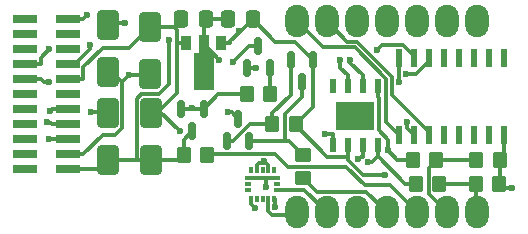
<source format=gtl>
G04 #@! TF.GenerationSoftware,KiCad,Pcbnew,7.99.0-4131-g55429aea6b*
G04 #@! TF.CreationDate,2024-01-04T13:58:44+01:00*
G04 #@! TF.ProjectId,xDuinoRailShield,78447569-6e6f-4526-9169-6c536869656c,rev?*
G04 #@! TF.SameCoordinates,Original*
G04 #@! TF.FileFunction,Copper,L1,Top*
G04 #@! TF.FilePolarity,Positive*
%FSLAX46Y46*%
G04 Gerber Fmt 4.6, Leading zero omitted, Abs format (unit mm)*
G04 Created by KiCad (PCBNEW 7.99.0-4131-g55429aea6b) date 2024-01-04 13:58:44*
%MOMM*%
%LPD*%
G01*
G04 APERTURE LIST*
G04 Aperture macros list*
%AMRoundRect*
0 Rectangle with rounded corners*
0 $1 Rounding radius*
0 $2 $3 $4 $5 $6 $7 $8 $9 X,Y pos of 4 corners*
0 Add a 4 corners polygon primitive as box body*
4,1,4,$2,$3,$4,$5,$6,$7,$8,$9,$2,$3,0*
0 Add four circle primitives for the rounded corners*
1,1,$1+$1,$2,$3*
1,1,$1+$1,$4,$5*
1,1,$1+$1,$6,$7*
1,1,$1+$1,$8,$9*
0 Add four rect primitives between the rounded corners*
20,1,$1+$1,$2,$3,$4,$5,0*
20,1,$1+$1,$4,$5,$6,$7,0*
20,1,$1+$1,$6,$7,$8,$9,0*
20,1,$1+$1,$8,$9,$2,$3,0*%
%AMFreePoly0*
4,1,9,3.862500,-0.866500,0.737500,-0.866500,0.737500,-0.450000,-0.737500,-0.450000,-0.737500,0.450000,0.737500,0.450000,0.737500,0.866500,3.862500,0.866500,3.862500,-0.866500,3.862500,-0.866500,$1*%
G04 Aperture macros list end*
G04 #@! TA.AperFunction,SMDPad,CuDef*
%ADD10RoundRect,0.150000X-0.150000X0.587500X-0.150000X-0.587500X0.150000X-0.587500X0.150000X0.587500X0*%
G04 #@! TD*
G04 #@! TA.AperFunction,SMDPad,CuDef*
%ADD11RoundRect,0.250000X-0.650000X1.000000X-0.650000X-1.000000X0.650000X-1.000000X0.650000X1.000000X0*%
G04 #@! TD*
G04 #@! TA.AperFunction,SMDPad,CuDef*
%ADD12RoundRect,0.250000X-0.350000X-0.450000X0.350000X-0.450000X0.350000X0.450000X-0.350000X0.450000X0*%
G04 #@! TD*
G04 #@! TA.AperFunction,SMDPad,CuDef*
%ADD13RoundRect,0.250000X-0.337500X-0.475000X0.337500X-0.475000X0.337500X0.475000X-0.337500X0.475000X0*%
G04 #@! TD*
G04 #@! TA.AperFunction,SMDPad,CuDef*
%ADD14RoundRect,0.250000X0.337500X0.475000X-0.337500X0.475000X-0.337500X-0.475000X0.337500X-0.475000X0*%
G04 #@! TD*
G04 #@! TA.AperFunction,SMDPad,CuDef*
%ADD15RoundRect,0.250000X0.650000X-1.000000X0.650000X1.000000X-0.650000X1.000000X-0.650000X-1.000000X0*%
G04 #@! TD*
G04 #@! TA.AperFunction,SMDPad,CuDef*
%ADD16RoundRect,0.150000X0.150000X-0.587500X0.150000X0.587500X-0.150000X0.587500X-0.150000X-0.587500X0*%
G04 #@! TD*
G04 #@! TA.AperFunction,SMDPad,CuDef*
%ADD17R,0.600000X1.270000*%
G04 #@! TD*
G04 #@! TA.AperFunction,SMDPad,CuDef*
%ADD18R,3.300000X2.400000*%
G04 #@! TD*
G04 #@! TA.AperFunction,SMDPad,CuDef*
%ADD19RoundRect,0.087500X0.087500X-0.187500X0.087500X0.187500X-0.087500X0.187500X-0.087500X-0.187500X0*%
G04 #@! TD*
G04 #@! TA.AperFunction,SMDPad,CuDef*
%ADD20RoundRect,0.087500X0.187500X-0.087500X0.187500X0.087500X-0.187500X0.087500X-0.187500X-0.087500X0*%
G04 #@! TD*
G04 #@! TA.AperFunction,SMDPad,CuDef*
%ADD21RoundRect,0.250000X-0.450000X0.350000X-0.450000X-0.350000X0.450000X-0.350000X0.450000X0.350000X0*%
G04 #@! TD*
G04 #@! TA.AperFunction,SMDPad,CuDef*
%ADD22R,2.100000X0.750000*%
G04 #@! TD*
G04 #@! TA.AperFunction,SMDPad,CuDef*
%ADD23R,0.900000X1.300000*%
G04 #@! TD*
G04 #@! TA.AperFunction,SMDPad,CuDef*
%ADD24FreePoly0,270.000000*%
G04 #@! TD*
G04 #@! TA.AperFunction,SMDPad,CuDef*
%ADD25RoundRect,0.137500X0.137500X-0.662500X0.137500X0.662500X-0.137500X0.662500X-0.137500X-0.662500X0*%
G04 #@! TD*
G04 #@! TA.AperFunction,ComponentPad*
%ADD26RoundRect,1.000000X0.000000X-0.375000X0.000000X0.375000X0.000000X0.375000X0.000000X-0.375000X0*%
G04 #@! TD*
G04 #@! TA.AperFunction,ViaPad*
%ADD27C,0.600000*%
G04 #@! TD*
G04 #@! TA.AperFunction,Conductor*
%ADD28C,0.300000*%
G04 #@! TD*
G04 APERTURE END LIST*
D10*
X150025700Y-71665700D03*
X148125700Y-71665700D03*
X149075700Y-73540700D03*
D11*
X136320300Y-76203400D03*
X136320300Y-80203400D03*
D12*
X139061900Y-79713600D03*
X141061900Y-79713600D03*
D13*
X138855500Y-68250000D03*
X140930500Y-68250000D03*
D14*
X144898900Y-68250000D03*
X142823900Y-68250000D03*
D12*
X144367200Y-74619500D03*
X146367200Y-74619500D03*
D15*
X132676800Y-72707000D03*
X132676800Y-68707000D03*
D12*
X163799600Y-80168900D03*
X165799600Y-80168900D03*
D16*
X142719100Y-78534700D03*
X144619100Y-78534700D03*
X143669100Y-76659700D03*
D17*
X151657100Y-78936400D03*
X152927100Y-78936400D03*
X154197100Y-78936400D03*
X155467100Y-78936400D03*
X155467100Y-73936400D03*
X154197100Y-73936400D03*
X152927100Y-73936400D03*
X151657100Y-73936400D03*
D18*
X153562100Y-76436400D03*
D11*
X136236900Y-68878000D03*
X136236900Y-72878000D03*
D19*
X144720000Y-83445000D03*
X145220000Y-83445000D03*
X145720000Y-83445000D03*
X146220000Y-83445000D03*
X146720000Y-83445000D03*
D20*
X146945000Y-82720000D03*
X146945000Y-82220000D03*
X146945000Y-81720000D03*
D19*
X146720000Y-80995000D03*
X146220000Y-80995000D03*
X145720000Y-80995000D03*
X145220000Y-80995000D03*
X144720000Y-80995000D03*
D20*
X144495000Y-81720000D03*
X144495000Y-82220000D03*
X144495000Y-82720000D03*
D21*
X149182700Y-79729200D03*
X149182700Y-81729200D03*
D22*
X125610000Y-80950000D03*
X129210000Y-80950000D03*
X125610000Y-79680000D03*
X129210000Y-79680000D03*
X125610000Y-78410000D03*
X129210000Y-78410000D03*
X125610000Y-77140000D03*
X129210000Y-77140000D03*
X125610000Y-75870000D03*
X129210000Y-75870000D03*
X125610000Y-74600000D03*
X129210000Y-74600000D03*
X125610000Y-73330000D03*
X129210000Y-73330000D03*
X125610000Y-72060000D03*
X129210000Y-72060000D03*
X125610000Y-70790000D03*
X129210000Y-70790000D03*
X125610000Y-69520000D03*
X129210000Y-69520000D03*
X125610000Y-68250000D03*
X129210000Y-68250000D03*
D23*
X142245600Y-70293900D03*
D24*
X140745600Y-70381400D03*
D23*
X139245600Y-70293900D03*
D12*
X163770000Y-82220000D03*
X165770000Y-82220000D03*
D10*
X140735900Y-75870000D03*
X138835900Y-75870000D03*
X139785900Y-77745000D03*
D16*
X144417200Y-72389900D03*
X146317200Y-72389900D03*
X145367200Y-70514900D03*
D12*
X158420000Y-80129400D03*
X160420000Y-80129400D03*
D25*
X157269700Y-78063600D03*
X158539700Y-78063600D03*
X159809700Y-78063600D03*
X161079700Y-78063600D03*
X162349700Y-78063600D03*
X163619700Y-78063600D03*
X164889700Y-78063600D03*
X166159700Y-78063600D03*
X166159700Y-71563600D03*
X164889700Y-71563600D03*
X163619700Y-71563600D03*
X162349700Y-71563600D03*
X161079700Y-71563600D03*
X159809700Y-71563600D03*
X158539700Y-71563600D03*
X157269700Y-71563600D03*
D12*
X146536800Y-77138200D03*
X148536800Y-77138200D03*
D15*
X132621200Y-80203400D03*
X132621200Y-76203400D03*
D12*
X158690000Y-82220000D03*
X160690000Y-82220000D03*
D26*
X163840000Y-84585700D03*
X161300000Y-84585700D03*
X158760000Y-84585700D03*
X156220000Y-84585700D03*
X153680000Y-84585700D03*
X151140000Y-84585700D03*
X148600000Y-84585700D03*
X148600000Y-68420700D03*
X151140000Y-68420700D03*
X153680000Y-68420700D03*
X156220000Y-68420700D03*
X158760000Y-68420700D03*
X161300000Y-68420700D03*
X163840000Y-68420700D03*
D27*
X143245800Y-71875500D03*
X134456900Y-72944100D03*
X145192800Y-72409600D03*
X145865400Y-80248700D03*
X142073300Y-71711300D03*
X127666600Y-78365900D03*
X151002200Y-77998100D03*
X134038700Y-68599700D03*
X146764300Y-84183900D03*
X166835500Y-82570000D03*
X131224700Y-76099800D03*
X138721500Y-77712700D03*
X153800600Y-80090500D03*
X137823400Y-70040200D03*
X139769300Y-75762600D03*
X157259900Y-73546800D03*
X127665000Y-73579900D03*
X154674600Y-80309700D03*
X127688100Y-75980600D03*
X127665000Y-70793300D03*
X157874800Y-72862900D03*
X155411700Y-70873500D03*
X131103500Y-70472200D03*
X156327500Y-79313000D03*
X127489200Y-76952500D03*
X156111400Y-81439400D03*
X130869700Y-67897700D03*
X143698200Y-69232200D03*
X153153000Y-71701200D03*
X152318000Y-71670900D03*
X157968800Y-76980700D03*
X145068200Y-84201200D03*
X146002900Y-82483800D03*
X142796600Y-76128500D03*
D28*
X132896200Y-72707000D02*
X133795100Y-73605900D01*
X132197700Y-78044000D02*
X130561700Y-79680000D01*
X133795100Y-73605900D02*
X133860400Y-73671200D01*
X134456900Y-72944100D02*
X136170800Y-72944100D01*
X144606400Y-70514900D02*
X145367200Y-70514900D01*
X136170800Y-72944100D02*
X136236900Y-72878000D01*
X133860400Y-73671200D02*
X133860400Y-77420100D01*
X133236500Y-78044000D02*
X132197700Y-78044000D01*
X134456900Y-72944100D02*
X133795100Y-73605900D01*
X132676800Y-72707000D02*
X132896200Y-72707000D01*
X133860400Y-77420100D02*
X133236500Y-78044000D01*
X143245800Y-71875500D02*
X144606400Y-70514900D01*
X129210000Y-79680000D02*
X130561700Y-79680000D01*
X146003800Y-80414500D02*
X146220000Y-80630700D01*
X146764300Y-83489300D02*
X146720000Y-83445000D01*
X140930500Y-68250000D02*
X142823900Y-68250000D01*
X166835500Y-82570000D02*
X166179200Y-82570000D01*
X166159700Y-78063600D02*
X166159700Y-79808800D01*
X127814200Y-78365900D02*
X127666600Y-78365900D01*
X145220000Y-80614800D02*
X145420300Y-80414500D01*
X166159700Y-79808800D02*
X165799600Y-80168900D01*
X165799600Y-82190400D02*
X165799600Y-80168900D01*
X151003800Y-77999700D02*
X151002200Y-77998100D01*
X134038700Y-68599700D02*
X132784100Y-68599700D01*
X144417200Y-72389900D02*
X144436900Y-72409600D01*
X140745600Y-70381400D02*
X142073300Y-71709100D01*
X132784100Y-68599700D02*
X132676800Y-68707000D01*
X142073300Y-71709100D02*
X142073300Y-71711300D01*
X145420300Y-80414500D02*
X145865400Y-80414500D01*
X132517600Y-76099800D02*
X132621200Y-76203400D01*
X144436900Y-72409600D02*
X145192800Y-72409600D01*
X140745600Y-70381400D02*
X140745600Y-68434900D01*
X165770000Y-82220000D02*
X165799600Y-82190400D01*
X166179200Y-82570000D02*
X165799600Y-82190400D01*
X146764300Y-84183900D02*
X146764300Y-83489300D01*
X129210000Y-78410000D02*
X127858300Y-78410000D01*
X127858300Y-78410000D02*
X127814200Y-78365900D01*
X145865400Y-80414500D02*
X146003800Y-80414500D01*
X131224700Y-76099800D02*
X132517600Y-76099800D01*
X145865400Y-80248700D02*
X145865400Y-80414500D01*
X151657100Y-78936400D02*
X151657100Y-77999700D01*
X151657100Y-77999700D02*
X151003800Y-77999700D01*
X146220000Y-80630700D02*
X146220000Y-80995000D01*
X140745600Y-68434900D02*
X140930500Y-68250000D01*
X145220000Y-80995000D02*
X145220000Y-80614800D01*
X138227500Y-68878000D02*
X138855500Y-68250000D01*
X138493900Y-69144400D02*
X138227500Y-68878000D01*
X132187400Y-70707000D02*
X134407900Y-70707000D01*
X136236900Y-68878000D02*
X138227500Y-68878000D01*
X130561700Y-72332700D02*
X132187400Y-70707000D01*
X134407900Y-70707000D02*
X136236900Y-68878000D01*
X136989200Y-75980400D02*
X138493900Y-74475700D01*
X129210000Y-73330000D02*
X130561700Y-73330000D01*
X153800600Y-80090500D02*
X154018000Y-79873100D01*
X154197100Y-78936400D02*
X154197100Y-79873100D01*
X130561700Y-73330000D02*
X130561700Y-72332700D01*
X136320300Y-76203400D02*
X136543300Y-75980400D01*
X154018000Y-79873100D02*
X154197100Y-79873100D01*
X136989200Y-75980400D02*
X138721500Y-77712700D01*
X136543300Y-75980400D02*
X136989200Y-75980400D01*
X138493900Y-70293900D02*
X138493900Y-69144400D01*
X139245600Y-70293900D02*
X138493900Y-70293900D01*
X138493900Y-74475700D02*
X138493900Y-70293900D01*
X129210000Y-80950000D02*
X130561700Y-80950000D01*
X136969300Y-74599000D02*
X135459600Y-74599000D01*
X136320300Y-80203400D02*
X138572100Y-80203400D01*
X137823400Y-70040200D02*
X137823400Y-73744900D01*
X135066100Y-80203400D02*
X136320300Y-80203400D01*
X135066100Y-74992500D02*
X135066100Y-80203400D01*
X135459600Y-74599000D02*
X135066100Y-74992500D01*
X139061900Y-79713600D02*
X139061900Y-78469000D01*
X131874600Y-80950000D02*
X130561700Y-80950000D01*
X137823400Y-73744900D02*
X136969300Y-74599000D01*
X138572100Y-80203400D02*
X139061900Y-79713600D01*
X132621200Y-80203400D02*
X135066100Y-80203400D01*
X139061900Y-78469000D02*
X139785900Y-77745000D01*
X132621200Y-80203400D02*
X131874600Y-80950000D01*
X139876700Y-75870000D02*
X140735900Y-75870000D01*
X141986400Y-74619500D02*
X144367200Y-74619500D01*
X138835900Y-75870000D02*
X139661900Y-75870000D01*
X139661900Y-75870000D02*
X139769300Y-75762600D01*
X139769300Y-75762600D02*
X139876700Y-75870000D01*
X140735900Y-75870000D02*
X141986400Y-74619500D01*
X149075700Y-74819400D02*
X149075700Y-73540700D01*
X149182700Y-79729200D02*
X147988200Y-78534700D01*
X147593200Y-78534700D02*
X144619100Y-78534700D01*
X147988200Y-78534700D02*
X147593200Y-78534700D01*
X147593200Y-76301900D02*
X149075700Y-74819400D01*
X147593200Y-78534700D02*
X147593200Y-76301900D01*
X157269700Y-71563600D02*
X157269700Y-73537000D01*
X157269700Y-73537000D02*
X157259900Y-73546800D01*
X127665000Y-73579900D02*
X127211600Y-73579900D01*
X127211600Y-73579900D02*
X126961700Y-73330000D01*
X125610000Y-73330000D02*
X126961700Y-73330000D01*
X143231600Y-78534700D02*
X144628100Y-77138200D01*
X144628100Y-77138200D02*
X146536800Y-77138200D01*
X142719100Y-78534700D02*
X143231600Y-78534700D01*
X146536800Y-77138200D02*
X146536800Y-76226900D01*
X146536800Y-76226900D02*
X148125700Y-74638000D01*
X148125700Y-74638000D02*
X148125700Y-71665700D01*
X146317200Y-72389900D02*
X146367200Y-72439900D01*
X146367200Y-72439900D02*
X146367200Y-74619500D01*
X155467100Y-78936400D02*
X155467100Y-79759700D01*
X155029100Y-80309600D02*
X154674600Y-80309600D01*
X127747700Y-75980600D02*
X127858300Y-75870000D01*
X157815500Y-82220000D02*
X158690000Y-82220000D01*
X155467100Y-79871600D02*
X155029100Y-80309600D01*
X155467100Y-79871600D02*
X157815500Y-82220000D01*
X127688100Y-75980600D02*
X127747700Y-75980600D01*
X129210000Y-75870000D02*
X127858300Y-75870000D01*
X155467100Y-79759700D02*
X155467100Y-79871600D01*
X154674600Y-80309600D02*
X154674600Y-80309700D01*
X159809700Y-71750600D02*
X158697400Y-72862900D01*
X126961700Y-71496600D02*
X126961700Y-72060000D01*
X125610000Y-72060000D02*
X126961700Y-72060000D01*
X158697400Y-72862900D02*
X157874800Y-72862900D01*
X159809700Y-71563600D02*
X159809700Y-71750600D01*
X127665000Y-70793300D02*
X126961700Y-71496600D01*
X131103400Y-70472200D02*
X131103500Y-70472200D01*
X129827000Y-72060000D02*
X131103400Y-70783600D01*
X158539700Y-71382400D02*
X157618700Y-70461400D01*
X131103400Y-70783600D02*
X131103400Y-70472200D01*
X158539700Y-71563600D02*
X158539700Y-71382400D01*
X129210000Y-72060000D02*
X129827000Y-72060000D01*
X157618700Y-70461400D02*
X155823800Y-70461400D01*
X155823800Y-70461400D02*
X155411700Y-70873500D01*
X127670800Y-76952500D02*
X127489200Y-76952500D01*
X155467100Y-73936400D02*
X155467100Y-74873100D01*
X155550400Y-74956400D02*
X155550400Y-77658000D01*
X158420000Y-80129400D02*
X157143900Y-80129400D01*
X127858300Y-77140000D02*
X127670800Y-76952500D01*
X129210000Y-77140000D02*
X127858300Y-77140000D01*
X157143900Y-80129400D02*
X156327500Y-79313000D01*
X156327500Y-78435100D02*
X156327500Y-79313000D01*
X155467100Y-74873100D02*
X155550400Y-74956400D01*
X155550400Y-77658000D02*
X156327500Y-78435100D01*
X130561700Y-68205700D02*
X130869700Y-67897700D01*
X152927100Y-80136500D02*
X154230000Y-81439400D01*
X129210000Y-68250000D02*
X130561700Y-68250000D01*
X148536800Y-77229500D02*
X151180400Y-79873100D01*
X142997300Y-70088500D02*
X143775900Y-69309900D01*
X146797500Y-70148600D02*
X148508600Y-70148600D01*
X142997300Y-70293900D02*
X142997300Y-70088500D01*
X152927100Y-79873100D02*
X152927100Y-80136500D01*
X130561700Y-68250000D02*
X130561700Y-68205700D01*
X152927100Y-78936400D02*
X152927100Y-79873100D01*
X143775900Y-69309900D02*
X143698200Y-69232200D01*
X148508600Y-70148600D02*
X150025700Y-71665700D01*
X150025700Y-71665700D02*
X150025700Y-75649300D01*
X148536800Y-77138200D02*
X148536800Y-77229500D01*
X144898900Y-68250000D02*
X146797500Y-70148600D01*
X142245600Y-70293900D02*
X142997300Y-70293900D01*
X144898900Y-68250000D02*
X143839000Y-69309900D01*
X143839000Y-69309900D02*
X143775900Y-69309900D01*
X151180400Y-79873100D02*
X152927100Y-79873100D01*
X150025700Y-75649300D02*
X148536800Y-77138200D01*
X154230000Y-81439400D02*
X156111400Y-81439400D01*
X147841000Y-80729200D02*
X152811600Y-80729200D01*
X152811600Y-80729200D02*
X154396200Y-82313800D01*
X141131100Y-79644400D02*
X146756200Y-79644400D01*
X156488100Y-82313800D02*
X158760000Y-84585700D01*
X154396200Y-82313800D02*
X156488100Y-82313800D01*
X146756200Y-79644400D02*
X147841000Y-80729200D01*
X141061900Y-79713600D02*
X141131100Y-79644400D01*
X154484700Y-82850400D02*
X156220000Y-84585700D01*
X149182700Y-81729200D02*
X150303900Y-82850400D01*
X150303900Y-82850400D02*
X154484700Y-82850400D01*
X153153000Y-71955600D02*
X153153000Y-71701200D01*
X154197100Y-73936400D02*
X154197100Y-72999700D01*
X154197100Y-72999700D02*
X153153000Y-71955600D01*
X152927100Y-72999700D02*
X152318000Y-72390600D01*
X152927100Y-73936400D02*
X152927100Y-72999700D01*
X152318000Y-72390600D02*
X152318000Y-71670900D01*
X158539700Y-78063600D02*
X157968800Y-77492700D01*
X157968800Y-77492700D02*
X157968800Y-76980700D01*
X160420000Y-80168900D02*
X160420000Y-80129400D01*
X159781200Y-83066900D02*
X159781200Y-80807700D01*
X160420000Y-80168900D02*
X163799600Y-80168900D01*
X161300000Y-84585700D02*
X159781200Y-83066900D01*
X159781200Y-80807700D02*
X160420000Y-80168900D01*
X163770000Y-84515700D02*
X163840000Y-84585700D01*
X163770000Y-82220000D02*
X163770000Y-84515700D01*
X160690000Y-82220000D02*
X163770000Y-82220000D01*
X153521300Y-70628900D02*
X156183500Y-73291100D01*
X156183500Y-73291100D02*
X156183500Y-76977400D01*
X156183500Y-76977400D02*
X157269700Y-78063600D01*
X150808200Y-70628900D02*
X153521300Y-70628900D01*
X148600000Y-68420700D02*
X150808200Y-70628900D01*
X153715700Y-70177200D02*
X152896500Y-70177200D01*
X156658100Y-73119600D02*
X153715700Y-70177200D01*
X152896500Y-70177200D02*
X151140000Y-68420700D01*
X156658100Y-74633000D02*
X156658100Y-73119600D01*
X159809700Y-77784600D02*
X156658100Y-74633000D01*
X159809700Y-78063600D02*
X159809700Y-77784600D01*
X146945000Y-82720000D02*
X149274300Y-82720000D01*
X149274300Y-82720000D02*
X151140000Y-84585700D01*
X146220000Y-83445000D02*
X146220000Y-83819500D01*
X148384300Y-84801400D02*
X148600000Y-84585700D01*
X146220000Y-83819500D02*
X146154100Y-83885400D01*
X146492100Y-84801400D02*
X148384300Y-84801400D01*
X146154100Y-84463400D02*
X146492100Y-84801400D01*
X146154100Y-83885400D02*
X146154100Y-84463400D01*
X146002900Y-81720000D02*
X144495000Y-81720000D01*
X146945000Y-81720000D02*
X146002900Y-81720000D01*
X146002900Y-81720000D02*
X146002900Y-82483800D01*
X144720000Y-83853000D02*
X145068200Y-84201200D01*
X144720000Y-83445000D02*
X144720000Y-83853000D01*
X142796600Y-76128500D02*
X143137900Y-76128500D01*
X143137900Y-76128500D02*
X143669100Y-76659700D01*
M02*

</source>
